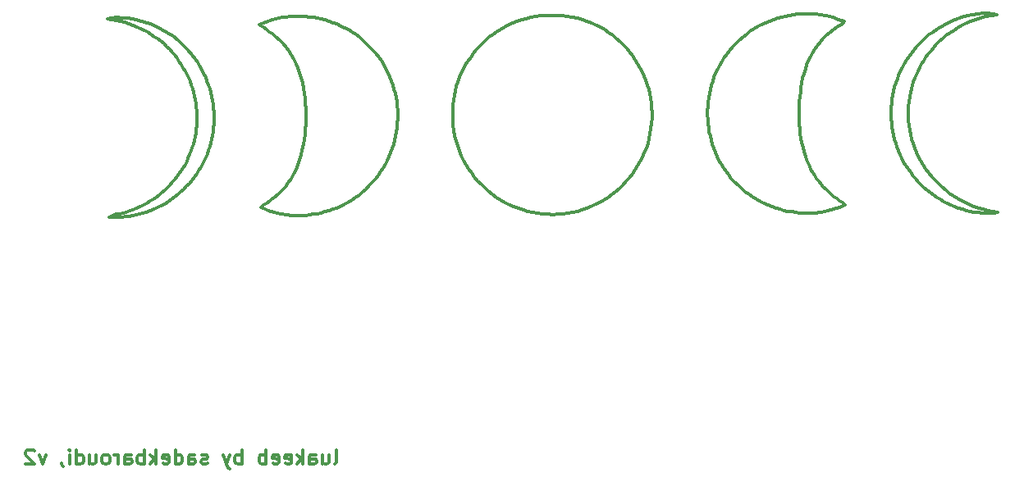
<source format=gbr>
%TF.GenerationSoftware,KiCad,Pcbnew,(5.1.10)-1*%
%TF.CreationDate,2021-12-10T09:46:15-08:00*%
%TF.ProjectId,6col-bottomplate,36636f6c-2d62-46f7-9474-6f6d706c6174,rev?*%
%TF.SameCoordinates,Original*%
%TF.FileFunction,Legend,Bot*%
%TF.FilePolarity,Positive*%
%FSLAX46Y46*%
G04 Gerber Fmt 4.6, Leading zero omitted, Abs format (unit mm)*
G04 Created by KiCad (PCBNEW (5.1.10)-1) date 2021-12-10 09:46:15*
%MOMM*%
%LPD*%
G01*
G04 APERTURE LIST*
%ADD10C,0.360000*%
%ADD11C,0.300000*%
G04 APERTURE END LIST*
D10*
X118162843Y-90498154D02*
X117634491Y-90746367D01*
X117634491Y-90746367D02*
X117048027Y-90958374D01*
X117048027Y-90958374D02*
X116410078Y-91129964D01*
X116410078Y-91129964D02*
X115727271Y-91256929D01*
X115727271Y-91256929D02*
X115006233Y-91335060D01*
X115006233Y-91335060D02*
X114633450Y-91354498D01*
X114633450Y-91354498D02*
X114253593Y-91360148D01*
X114253593Y-91360148D02*
X113867493Y-91351485D01*
X113867493Y-91351485D02*
X113475978Y-91327983D01*
X113475978Y-91327983D02*
X113079876Y-91289116D01*
X113079876Y-91289116D02*
X112680015Y-91234357D01*
X112680015Y-91234357D02*
X112277224Y-91163181D01*
X112277224Y-91163181D02*
X111872332Y-91075060D01*
X111872332Y-91075060D02*
X111466166Y-90969470D01*
X111466166Y-90969470D02*
X111059556Y-90845884D01*
X111059556Y-90845884D02*
X110653329Y-90703776D01*
X110653329Y-90703776D02*
X110248315Y-90542620D01*
X110248315Y-90542620D02*
X109845341Y-90361889D01*
X109845341Y-90361889D02*
X109445236Y-90161058D01*
X109445236Y-90161058D02*
X109048828Y-89939600D01*
X109048828Y-89939600D02*
X108656946Y-89696989D01*
X108656946Y-89696989D02*
X108270419Y-89432700D01*
X108270419Y-89432700D02*
X107890075Y-89146205D01*
X107890075Y-89146205D02*
X107516741Y-88836979D01*
X107516741Y-88836979D02*
X107151247Y-88504496D01*
X107151247Y-88504496D02*
X106794422Y-88148230D01*
X106794422Y-88148230D02*
X106447093Y-87767654D01*
X42042219Y-71289404D02*
X42042219Y-71289404D01*
X125036719Y-74813654D02*
X125272491Y-74507381D01*
X125272491Y-74507381D02*
X125517964Y-74213593D01*
X125517964Y-74213593D02*
X125772419Y-73932217D01*
X125772419Y-73932217D02*
X126035138Y-73663181D01*
X126035138Y-73663181D02*
X126305403Y-73406411D01*
X126305403Y-73406411D02*
X126582496Y-73161836D01*
X126582496Y-73161836D02*
X126865699Y-72929381D01*
X126865699Y-72929381D02*
X127154294Y-72708976D01*
X127154294Y-72708976D02*
X127744789Y-72304020D01*
X127744789Y-72304020D02*
X128348237Y-71946387D01*
X128348237Y-71946387D02*
X128958893Y-71635495D01*
X128958893Y-71635495D02*
X129571015Y-71370763D01*
X129571015Y-71370763D02*
X130178857Y-71151610D01*
X130178857Y-71151610D02*
X130776677Y-70977454D01*
X130776677Y-70977454D02*
X131358731Y-70847714D01*
X131358731Y-70847714D02*
X131919274Y-70761808D01*
X131919274Y-70761808D02*
X132452563Y-70719156D01*
X132452563Y-70719156D02*
X132952854Y-70719175D01*
X132952854Y-70719175D02*
X133414404Y-70761285D01*
X133414404Y-70761285D02*
X133831468Y-70844905D01*
X46074469Y-91260154D02*
X45725374Y-91370693D01*
X45725374Y-91370693D02*
X45374604Y-91469722D01*
X45374604Y-91469722D02*
X45022161Y-91556612D01*
X45022161Y-91556612D02*
X44668043Y-91630736D01*
X44668043Y-91630736D02*
X44312250Y-91691464D01*
X44312250Y-91691464D02*
X43954784Y-91738171D01*
X43954784Y-91738171D02*
X43595643Y-91770227D01*
X43595643Y-91770227D02*
X43234828Y-91787005D01*
X43234828Y-91787005D02*
X42872338Y-91787878D01*
X42872338Y-91787878D02*
X42508175Y-91772216D01*
X42508175Y-91772216D02*
X42264469Y-91752280D01*
X46471344Y-90133030D02*
X46789588Y-89927150D01*
X46789588Y-89927150D02*
X47100390Y-89712341D01*
X47100390Y-89712341D02*
X47402263Y-89485626D01*
X47402263Y-89485626D02*
X47693719Y-89244029D01*
X133831468Y-70844905D02*
X133831468Y-70844905D01*
X57885469Y-90752155D02*
X57885469Y-90752155D01*
X125211343Y-87513655D02*
X124944249Y-87165574D01*
X124944249Y-87165574D02*
X124693657Y-86809259D01*
X124693657Y-86809259D02*
X124459605Y-86445218D01*
X124459605Y-86445218D02*
X124242131Y-86073959D01*
X124242131Y-86073959D02*
X124041271Y-85695992D01*
X124041271Y-85695992D02*
X123857065Y-85311824D01*
X123857065Y-85311824D02*
X123689550Y-84921964D01*
X123689550Y-84921964D02*
X123538763Y-84526922D01*
X123538763Y-84526922D02*
X123404743Y-84127205D01*
X123404743Y-84127205D02*
X123287526Y-83723324D01*
X123287526Y-83723324D02*
X123187152Y-83315785D01*
X123187152Y-83315785D02*
X123103658Y-82905098D01*
X123103658Y-82905098D02*
X123037081Y-82491772D01*
X123037081Y-82491772D02*
X122987460Y-82076315D01*
X122987460Y-82076315D02*
X122954831Y-81659237D01*
X122954831Y-81659237D02*
X122939234Y-81241045D01*
X122939234Y-81241045D02*
X122940705Y-80822248D01*
X122940705Y-80822248D02*
X122959283Y-80403355D01*
X122959283Y-80403355D02*
X122995005Y-79984876D01*
X122995005Y-79984876D02*
X123047910Y-79567317D01*
X123047910Y-79567317D02*
X123118034Y-79151189D01*
X123118034Y-79151189D02*
X123205416Y-78737000D01*
X123205416Y-78737000D02*
X123310093Y-78325258D01*
X123310093Y-78325258D02*
X123432103Y-77916472D01*
X123432103Y-77916472D02*
X123571485Y-77511151D01*
X123571485Y-77511151D02*
X123728275Y-77109804D01*
X123728275Y-77109804D02*
X123902512Y-76712939D01*
X123902512Y-76712939D02*
X124094233Y-76321065D01*
X124094233Y-76321065D02*
X124303477Y-75934691D01*
X124303477Y-75934691D02*
X124530280Y-75554325D01*
X124530280Y-75554325D02*
X124774682Y-75180477D01*
X124774682Y-75180477D02*
X125036719Y-74813654D01*
X50408344Y-85656280D02*
X50550474Y-85308269D01*
X50550474Y-85308269D02*
X50688140Y-84955794D01*
X50688140Y-84955794D02*
X50816877Y-84600343D01*
X50816877Y-84600343D02*
X50932219Y-84243404D01*
X106240719Y-74591404D02*
X106578364Y-74198835D01*
X106578364Y-74198835D02*
X106926940Y-73830427D01*
X106926940Y-73830427D02*
X107285561Y-73485692D01*
X107285561Y-73485692D02*
X107653345Y-73164142D01*
X107653345Y-73164142D02*
X108029407Y-72865288D01*
X108029407Y-72865288D02*
X108412865Y-72588642D01*
X108412865Y-72588642D02*
X108802833Y-72333716D01*
X108802833Y-72333716D02*
X109198429Y-72100021D01*
X109198429Y-72100021D02*
X109598769Y-71887069D01*
X109598769Y-71887069D02*
X110002969Y-71694371D01*
X110002969Y-71694371D02*
X110410146Y-71521440D01*
X110410146Y-71521440D02*
X110819415Y-71367787D01*
X110819415Y-71367787D02*
X111229894Y-71232923D01*
X111229894Y-71232923D02*
X111640699Y-71116360D01*
X111640699Y-71116360D02*
X112050945Y-71017610D01*
X112050945Y-71017610D02*
X112459749Y-70936185D01*
X112459749Y-70936185D02*
X112866228Y-70871596D01*
X112866228Y-70871596D02*
X113269498Y-70823355D01*
X113269498Y-70823355D02*
X113668676Y-70790973D01*
X113668676Y-70790973D02*
X114062876Y-70773962D01*
X114062876Y-70773962D02*
X114451217Y-70771835D01*
X114451217Y-70771835D02*
X114832814Y-70784101D01*
X114832814Y-70784101D02*
X115206783Y-70810274D01*
X115206783Y-70810274D02*
X115572242Y-70849865D01*
X115572242Y-70849865D02*
X116274090Y-70967346D01*
X116274090Y-70967346D02*
X116931291Y-71132638D01*
X116931291Y-71132638D02*
X117536773Y-71341834D01*
X117536773Y-71341834D02*
X118083469Y-71591029D01*
X50836969Y-75035905D02*
X51110288Y-75403615D01*
X51110288Y-75403615D02*
X51364835Y-75777165D01*
X51364835Y-75777165D02*
X51600814Y-76156070D01*
X51600814Y-76156070D02*
X51818428Y-76539843D01*
X51818428Y-76539843D02*
X52017880Y-76928000D01*
X52017880Y-76928000D02*
X52199374Y-77320055D01*
X52199374Y-77320055D02*
X52363113Y-77715523D01*
X52363113Y-77715523D02*
X52509300Y-78113918D01*
X52509300Y-78113918D02*
X52638140Y-78514754D01*
X52638140Y-78514754D02*
X52749836Y-78917547D01*
X52749836Y-78917547D02*
X52844591Y-79321811D01*
X52844591Y-79321811D02*
X52922608Y-79727060D01*
X52922608Y-79727060D02*
X52984092Y-80132808D01*
X52984092Y-80132808D02*
X53029245Y-80538572D01*
X53029245Y-80538572D02*
X53058272Y-80943865D01*
X53058272Y-80943865D02*
X53071374Y-81348201D01*
X53071374Y-81348201D02*
X53068757Y-81751095D01*
X53068757Y-81751095D02*
X53050624Y-82152063D01*
X53050624Y-82152063D02*
X53017177Y-82550617D01*
X53017177Y-82550617D02*
X52968621Y-82946274D01*
X52968621Y-82946274D02*
X52905159Y-83338547D01*
X52905159Y-83338547D02*
X52826994Y-83726951D01*
X52826994Y-83726951D02*
X52734330Y-84111001D01*
X52734330Y-84111001D02*
X52627370Y-84490211D01*
X52627370Y-84490211D02*
X52506319Y-84864095D01*
X52506319Y-84864095D02*
X52371378Y-85232169D01*
X52371378Y-85232169D02*
X52222753Y-85593947D01*
X52222753Y-85593947D02*
X52060645Y-85948943D01*
X52060645Y-85948943D02*
X51885260Y-86296672D01*
X51885260Y-86296672D02*
X51696800Y-86636649D01*
X51696800Y-86636649D02*
X51495468Y-86968388D01*
X51495468Y-86968388D02*
X51281469Y-87291404D01*
X42042219Y-71289404D02*
X42518581Y-71207126D01*
X42518581Y-71207126D02*
X43027615Y-71168450D01*
X43027615Y-71168450D02*
X43564416Y-71173073D01*
X43564416Y-71173073D02*
X44124075Y-71220695D01*
X44124075Y-71220695D02*
X44701687Y-71311011D01*
X44701687Y-71311011D02*
X45292345Y-71443720D01*
X45292345Y-71443720D02*
X45891142Y-71618519D01*
X45891142Y-71618519D02*
X46493171Y-71835107D01*
X46493171Y-71835107D02*
X47093526Y-72093180D01*
X47093526Y-72093180D02*
X47687300Y-72392437D01*
X47687300Y-72392437D02*
X48269586Y-72732575D01*
X48269586Y-72732575D02*
X48835478Y-73113293D01*
X48835478Y-73113293D02*
X49380069Y-73534286D01*
X49380069Y-73534286D02*
X49898452Y-73995255D01*
X49898452Y-73995255D02*
X50385721Y-74495895D01*
X50385721Y-74495895D02*
X50836969Y-75035905D01*
X51154468Y-79687279D02*
X51071468Y-79293509D01*
X51071468Y-79293509D02*
X50974347Y-78904230D01*
X50974347Y-78904230D02*
X50863215Y-78519840D01*
X50863215Y-78519840D02*
X50738183Y-78140738D01*
X50738183Y-78140738D02*
X50599361Y-77767321D01*
X50599361Y-77767321D02*
X50446860Y-77399988D01*
X50446860Y-77399988D02*
X50280789Y-77039138D01*
X50280789Y-77039138D02*
X50101260Y-76685168D01*
X50101260Y-76685168D02*
X49908384Y-76338476D01*
X49908384Y-76338476D02*
X49702269Y-75999462D01*
X49702269Y-75999462D02*
X49483028Y-75668522D01*
X49483028Y-75668522D02*
X49250770Y-75346056D01*
X49250770Y-75346056D02*
X49005606Y-75032461D01*
X49005606Y-75032461D02*
X48747646Y-74728136D01*
X48747646Y-74728136D02*
X48477000Y-74433479D01*
X48477000Y-74433479D02*
X48193780Y-74148889D01*
X48193780Y-74148889D02*
X47898096Y-73874762D01*
X47898096Y-73874762D02*
X47590057Y-73611499D01*
X47590057Y-73611499D02*
X47269776Y-73359496D01*
X47269776Y-73359496D02*
X46937361Y-73119153D01*
X46937361Y-73119153D02*
X46592924Y-72890867D01*
X46592924Y-72890867D02*
X46236574Y-72675037D01*
X46236574Y-72675037D02*
X45868423Y-72472060D01*
X45868423Y-72472060D02*
X45488581Y-72282336D01*
X45488581Y-72282336D02*
X45097158Y-72106262D01*
X45097158Y-72106262D02*
X44694265Y-71944236D01*
X44694265Y-71944236D02*
X44280013Y-71796657D01*
X44280013Y-71796657D02*
X43854511Y-71663924D01*
X43854511Y-71663924D02*
X43417870Y-71546433D01*
X43417870Y-71546433D02*
X42970200Y-71444584D01*
X42970200Y-71444584D02*
X42511613Y-71358775D01*
X42511613Y-71358775D02*
X42042219Y-71289404D01*
X50932219Y-84243404D02*
X51030941Y-83859923D01*
X51030941Y-83859923D02*
X51114781Y-83473466D01*
X51114781Y-83473466D02*
X51186714Y-83087009D01*
X51186714Y-83087009D02*
X51249718Y-82703530D01*
X43645594Y-91355404D02*
X44005013Y-91242790D01*
X44005013Y-91242790D02*
X44365922Y-91133154D01*
X44365922Y-91133154D02*
X44723853Y-91011611D01*
X44723853Y-91011611D02*
X45074344Y-90863279D01*
X133831468Y-70844905D02*
X133259933Y-70944134D01*
X133259933Y-70944134D02*
X132709025Y-71065569D01*
X132709025Y-71065569D02*
X132178534Y-71208253D01*
X132178534Y-71208253D02*
X131668251Y-71371229D01*
X131668251Y-71371229D02*
X131177967Y-71553541D01*
X131177967Y-71553541D02*
X130707473Y-71754232D01*
X130707473Y-71754232D02*
X130256558Y-71972347D01*
X130256558Y-71972347D02*
X129825015Y-72206929D01*
X129825015Y-72206929D02*
X129412633Y-72457022D01*
X129412633Y-72457022D02*
X129019204Y-72721669D01*
X129019204Y-72721669D02*
X128644517Y-72999914D01*
X128644517Y-72999914D02*
X128288364Y-73290801D01*
X128288364Y-73290801D02*
X127950536Y-73593373D01*
X127950536Y-73593373D02*
X127630823Y-73906674D01*
X127630823Y-73906674D02*
X127329016Y-74229748D01*
X127329016Y-74229748D02*
X127044905Y-74561638D01*
X127044905Y-74561638D02*
X126778282Y-74901388D01*
X126778282Y-74901388D02*
X126528937Y-75248042D01*
X126528937Y-75248042D02*
X126296660Y-75600643D01*
X126296660Y-75600643D02*
X126081243Y-75958235D01*
X126081243Y-75958235D02*
X125882476Y-76319862D01*
X125882476Y-76319862D02*
X125700150Y-76684566D01*
X125700150Y-76684566D02*
X125534056Y-77051393D01*
X125534056Y-77051393D02*
X125383983Y-77419386D01*
X125383983Y-77419386D02*
X125249724Y-77787588D01*
X125249724Y-77787588D02*
X125131068Y-78155043D01*
X125131068Y-78155043D02*
X125027807Y-78520794D01*
X125027807Y-78520794D02*
X124939731Y-78883886D01*
X124939731Y-78883886D02*
X124866631Y-79243361D01*
X124866631Y-79243361D02*
X124764521Y-79947639D01*
X124764521Y-79947639D02*
X124735093Y-80290529D01*
X51249718Y-82703530D02*
X51295111Y-82325010D01*
X51295111Y-82325010D02*
X51315203Y-81949467D01*
X51315203Y-81949467D02*
X51314458Y-81573924D01*
X51314458Y-81573924D02*
X51297343Y-81195405D01*
X106447093Y-87767654D02*
X106158461Y-87419334D01*
X106158461Y-87419334D02*
X105887890Y-87059480D01*
X105887890Y-87059480D02*
X105635394Y-86688836D01*
X105635394Y-86688836D02*
X105400986Y-86308146D01*
X105400986Y-86308146D02*
X105184682Y-85918154D01*
X105184682Y-85918154D02*
X104986496Y-85519605D01*
X104986496Y-85519605D02*
X104806443Y-85113242D01*
X104806443Y-85113242D02*
X104644536Y-84699810D01*
X104644536Y-84699810D02*
X104500792Y-84280053D01*
X104500792Y-84280053D02*
X104375224Y-83854714D01*
X104375224Y-83854714D02*
X104267846Y-83424539D01*
X104267846Y-83424539D02*
X104178674Y-82990271D01*
X104178674Y-82990271D02*
X104107721Y-82552654D01*
X104107721Y-82552654D02*
X104055003Y-82112433D01*
X104055003Y-82112433D02*
X104020534Y-81670352D01*
X104020534Y-81670352D02*
X104004328Y-81227154D01*
X104004328Y-81227154D02*
X104006400Y-80783584D01*
X104006400Y-80783584D02*
X104026764Y-80340386D01*
X104026764Y-80340386D02*
X104065436Y-79898305D01*
X104065436Y-79898305D02*
X104122429Y-79458084D01*
X104122429Y-79458084D02*
X104197758Y-79020467D01*
X104197758Y-79020467D02*
X104291438Y-78586199D01*
X104291438Y-78586199D02*
X104403483Y-78156024D01*
X104403483Y-78156024D02*
X104533908Y-77730685D01*
X104533908Y-77730685D02*
X104682727Y-77310928D01*
X104682727Y-77310928D02*
X104849955Y-76897496D01*
X104849955Y-76897496D02*
X105035606Y-76491133D01*
X105035606Y-76491133D02*
X105239694Y-76092583D01*
X105239694Y-76092583D02*
X105462235Y-75702592D01*
X105462235Y-75702592D02*
X105703244Y-75321902D01*
X105703244Y-75321902D02*
X105962733Y-74951258D01*
X105962733Y-74951258D02*
X106240719Y-74591404D01*
X133942594Y-91276030D02*
X133528014Y-91346599D01*
X133528014Y-91346599D02*
X133117341Y-91382193D01*
X133117341Y-91382193D02*
X132710017Y-91386534D01*
X132710017Y-91386534D02*
X132305483Y-91363342D01*
X132305483Y-91363342D02*
X131903182Y-91316336D01*
X131903182Y-91316336D02*
X131502556Y-91249240D01*
X131502556Y-91249240D02*
X131103046Y-91165772D01*
X131103046Y-91165772D02*
X130704094Y-91069654D01*
X51297343Y-81195405D02*
X51275019Y-80814652D01*
X51275019Y-80814652D02*
X51249718Y-80435388D01*
X51249718Y-80435388D02*
X51212511Y-80059101D01*
X51212511Y-80059101D02*
X51154468Y-79687279D01*
X48773218Y-88180405D02*
X49017544Y-87889445D01*
X49017544Y-87889445D02*
X49251452Y-87591045D01*
X49251452Y-87591045D02*
X49476431Y-87289668D01*
X49476431Y-87289668D02*
X49693969Y-86989780D01*
X114098844Y-85497529D02*
X114222317Y-85858278D01*
X114222317Y-85858278D02*
X114360347Y-86208400D01*
X114360347Y-86208400D02*
X114512609Y-86548057D01*
X114512609Y-86548057D02*
X114678777Y-86877413D01*
X114678777Y-86877413D02*
X114858526Y-87196630D01*
X114858526Y-87196630D02*
X115051529Y-87505871D01*
X115051529Y-87505871D02*
X115257462Y-87805299D01*
X115257462Y-87805299D02*
X115475999Y-88095076D01*
X115475999Y-88095076D02*
X115706815Y-88375365D01*
X115706815Y-88375365D02*
X115949583Y-88646329D01*
X115949583Y-88646329D02*
X116203978Y-88908131D01*
X116203978Y-88908131D02*
X116469675Y-89160934D01*
X116469675Y-89160934D02*
X116746348Y-89404899D01*
X116746348Y-89404899D02*
X117033671Y-89640191D01*
X117033671Y-89640191D02*
X117331320Y-89866972D01*
X117331320Y-89866972D02*
X117638968Y-90085405D01*
X113733718Y-77893405D02*
X113650614Y-78372615D01*
X113650614Y-78372615D02*
X113580114Y-78851733D01*
X113580114Y-78851733D02*
X113522544Y-79330665D01*
X113522544Y-79330665D02*
X113478229Y-79809318D01*
X113478229Y-79809318D02*
X113447495Y-80287599D01*
X113447495Y-80287599D02*
X113430666Y-80765414D01*
X113430666Y-80765414D02*
X113428070Y-81242672D01*
X113428070Y-81242672D02*
X113440030Y-81719279D01*
X113440030Y-81719279D02*
X113466874Y-82195141D01*
X113466874Y-82195141D02*
X113508925Y-82670166D01*
X113508925Y-82670166D02*
X113566511Y-83144261D01*
X113566511Y-83144261D02*
X113639956Y-83617333D01*
X113639956Y-83617333D02*
X113729587Y-84089289D01*
X113729587Y-84089289D02*
X113835727Y-84560035D01*
X113835727Y-84560035D02*
X113958705Y-85029480D01*
X113958705Y-85029480D02*
X114098844Y-85497529D01*
X127148094Y-87608905D02*
X127484964Y-87991056D01*
X127484964Y-87991056D02*
X127834625Y-88351836D01*
X127834625Y-88351836D02*
X128196843Y-88691455D01*
X128196843Y-88691455D02*
X128571386Y-89010121D01*
X128571386Y-89010121D02*
X128958022Y-89308045D01*
X128958022Y-89308045D02*
X129356517Y-89585435D01*
X129356517Y-89585435D02*
X129766639Y-89842500D01*
X129766639Y-89842500D02*
X130188156Y-90079451D01*
X130188156Y-90079451D02*
X130620835Y-90296496D01*
X130620835Y-90296496D02*
X131064444Y-90493844D01*
X131064444Y-90493844D02*
X131518749Y-90671705D01*
X131518749Y-90671705D02*
X131983519Y-90830289D01*
X131983519Y-90830289D02*
X132458521Y-90969804D01*
X132458521Y-90969804D02*
X132943523Y-91090459D01*
X132943523Y-91090459D02*
X133438291Y-91192465D01*
X133438291Y-91192465D02*
X133942594Y-91276030D01*
X118083469Y-71591029D02*
X118083469Y-71591029D01*
X124735093Y-80290529D02*
X124713881Y-80804900D01*
X124713881Y-80804900D02*
X124715714Y-81312110D01*
X124715714Y-81312110D02*
X124740569Y-81812064D01*
X124740569Y-81812064D02*
X124788423Y-82304669D01*
X124788423Y-82304669D02*
X124859252Y-82789834D01*
X124859252Y-82789834D02*
X124953033Y-83267463D01*
X124953033Y-83267463D02*
X125069743Y-83737466D01*
X125069743Y-83737466D02*
X125209359Y-84199748D01*
X125209359Y-84199748D02*
X125371857Y-84654216D01*
X125371857Y-84654216D02*
X125557214Y-85100778D01*
X125557214Y-85100778D02*
X125765407Y-85539341D01*
X125765407Y-85539341D02*
X125996412Y-85969811D01*
X125996412Y-85969811D02*
X126250206Y-86392095D01*
X126250206Y-86392095D02*
X126526767Y-86806101D01*
X126526767Y-86806101D02*
X126826071Y-87211735D01*
X126826071Y-87211735D02*
X127148094Y-87608905D01*
X117638968Y-90085405D02*
X117960018Y-90278997D01*
X117960018Y-90278997D02*
X118162843Y-90498154D01*
X47693719Y-89244029D02*
X47976244Y-88990773D01*
X47976244Y-88990773D02*
X48251327Y-88730076D01*
X48251327Y-88730076D02*
X48517481Y-88460449D01*
X48517481Y-88460449D02*
X48773218Y-88180405D01*
X130704094Y-91069654D02*
X130291847Y-90955246D01*
X130291847Y-90955246D02*
X129888577Y-90826351D01*
X129888577Y-90826351D02*
X129494330Y-90682991D01*
X129494330Y-90682991D02*
X129109152Y-90525191D01*
X129109152Y-90525191D02*
X128733090Y-90352972D01*
X128733090Y-90352972D02*
X128366189Y-90166360D01*
X128366189Y-90166360D02*
X128008498Y-89965376D01*
X128008498Y-89965376D02*
X127660062Y-89750044D01*
X127660062Y-89750044D02*
X127320927Y-89520388D01*
X127320927Y-89520388D02*
X126991141Y-89276430D01*
X126991141Y-89276430D02*
X126670750Y-89018194D01*
X126670750Y-89018194D02*
X126359800Y-88745703D01*
X126359800Y-88745703D02*
X126058337Y-88458980D01*
X126058337Y-88458980D02*
X125766409Y-88158049D01*
X125766409Y-88158049D02*
X125484062Y-87842933D01*
X125484062Y-87842933D02*
X125211343Y-87513655D01*
X49693969Y-86989780D02*
X49899351Y-86674263D01*
X49899351Y-86674263D02*
X50086875Y-86346842D01*
X50086875Y-86346842D02*
X50256539Y-86007514D01*
X50256539Y-86007514D02*
X50408344Y-85656280D01*
X51281469Y-87291404D02*
X51032364Y-87639270D01*
X51032364Y-87639270D02*
X50773189Y-87974370D01*
X50773189Y-87974370D02*
X50503923Y-88296587D01*
X50503923Y-88296587D02*
X50224541Y-88605804D01*
X50224541Y-88605804D02*
X49935019Y-88901906D01*
X49935019Y-88901906D02*
X49635336Y-89184777D01*
X49635336Y-89184777D02*
X49325467Y-89454299D01*
X49325467Y-89454299D02*
X49005390Y-89710357D01*
X49005390Y-89710357D02*
X48675081Y-89952834D01*
X48675081Y-89952834D02*
X48334516Y-90181615D01*
X48334516Y-90181615D02*
X47983673Y-90396582D01*
X47983673Y-90396582D02*
X47622529Y-90597620D01*
X47622529Y-90597620D02*
X47251059Y-90784613D01*
X47251059Y-90784613D02*
X46869241Y-90957443D01*
X46869241Y-90957443D02*
X46477052Y-91115996D01*
X46477052Y-91115996D02*
X46074469Y-91260154D01*
X45074344Y-90863279D02*
X45431035Y-90686669D01*
X45431035Y-90686669D02*
X45784750Y-90510060D01*
X45784750Y-90510060D02*
X46132511Y-90327498D01*
X46132511Y-90327498D02*
X46471344Y-90133030D01*
X42264469Y-91752280D02*
X42589658Y-91583111D01*
X42589658Y-91583111D02*
X42981513Y-91486340D01*
X42981513Y-91486340D02*
X43338131Y-91427468D01*
X43338131Y-91427468D02*
X43645594Y-91355404D01*
X87238344Y-70940155D02*
X87820660Y-70916791D01*
X87820660Y-70916791D02*
X88391599Y-70923465D01*
X88391599Y-70923465D02*
X88950759Y-70959243D01*
X88950759Y-70959243D02*
X89497740Y-71023188D01*
X89497740Y-71023188D02*
X90032141Y-71114363D01*
X90032141Y-71114363D02*
X90553560Y-71231834D01*
X90553560Y-71231834D02*
X91061596Y-71374663D01*
X91061596Y-71374663D02*
X91555847Y-71541916D01*
X91555847Y-71541916D02*
X92035914Y-71732655D01*
X92035914Y-71732655D02*
X92501394Y-71945945D01*
X92501394Y-71945945D02*
X92951887Y-72180850D01*
X92951887Y-72180850D02*
X93386991Y-72436435D01*
X93386991Y-72436435D02*
X93806306Y-72711762D01*
X93806306Y-72711762D02*
X94209430Y-73005896D01*
X94209430Y-73005896D02*
X94595961Y-73317901D01*
X94595961Y-73317901D02*
X94965500Y-73646841D01*
X94965500Y-73646841D02*
X95317644Y-73991780D01*
X95317644Y-73991780D02*
X95651993Y-74351783D01*
X95651993Y-74351783D02*
X95968145Y-74725912D01*
X95968145Y-74725912D02*
X96265699Y-75113232D01*
X96265699Y-75113232D02*
X96544255Y-75512808D01*
X96544255Y-75512808D02*
X96803411Y-75923702D01*
X96803411Y-75923702D02*
X97042765Y-76344980D01*
X97042765Y-76344980D02*
X97261918Y-76775704D01*
X97261918Y-76775704D02*
X97460467Y-77214940D01*
X97460467Y-77214940D02*
X97638011Y-77661751D01*
X97638011Y-77661751D02*
X97794150Y-78115201D01*
X97794150Y-78115201D02*
X97928482Y-78574354D01*
X97928482Y-78574354D02*
X98040606Y-79038275D01*
X98040606Y-79038275D02*
X98130121Y-79506026D01*
X98130121Y-79506026D02*
X98196625Y-79976673D01*
X98196625Y-79976673D02*
X98239719Y-80449279D01*
X57885469Y-90752155D02*
X58186597Y-90545531D01*
X58186597Y-90545531D02*
X58507726Y-90325162D01*
X58507726Y-90325162D02*
X58814256Y-90107383D01*
X58814256Y-90107383D02*
X59012593Y-89958404D01*
X117797719Y-71876779D02*
X117377973Y-72141080D01*
X117377973Y-72141080D02*
X116981737Y-72421800D01*
X116981737Y-72421800D02*
X116608709Y-72718611D01*
X116608709Y-72718611D02*
X116258587Y-73031189D01*
X116258587Y-73031189D02*
X115931068Y-73359208D01*
X115931068Y-73359208D02*
X115625850Y-73702342D01*
X115625850Y-73702342D02*
X115342631Y-74060266D01*
X115342631Y-74060266D02*
X115081108Y-74432654D01*
X115081108Y-74432654D02*
X114840979Y-74819181D01*
X114840979Y-74819181D02*
X114621942Y-75219521D01*
X114621942Y-75219521D02*
X114423695Y-75633348D01*
X114423695Y-75633348D02*
X114245934Y-76060338D01*
X114245934Y-76060338D02*
X114088359Y-76500164D01*
X114088359Y-76500164D02*
X113950666Y-76952501D01*
X113950666Y-76952501D02*
X113832553Y-77417023D01*
X113832553Y-77417023D02*
X113733718Y-77893405D01*
X69775843Y-74877154D02*
X70063466Y-75256790D01*
X70063466Y-75256790D02*
X70331076Y-75645176D01*
X70331076Y-75645176D02*
X70578752Y-76041667D01*
X70578752Y-76041667D02*
X70806571Y-76445616D01*
X70806571Y-76445616D02*
X71014612Y-76856379D01*
X71014612Y-76856379D02*
X71202954Y-77273310D01*
X71202954Y-77273310D02*
X71371674Y-77695763D01*
X71371674Y-77695763D02*
X71520853Y-78123095D01*
X71520853Y-78123095D02*
X71650567Y-78554659D01*
X71650567Y-78554659D02*
X71760896Y-78989809D01*
X71760896Y-78989809D02*
X71851918Y-79427902D01*
X71851918Y-79427902D02*
X71923712Y-79868291D01*
X71923712Y-79868291D02*
X71976356Y-80310331D01*
X71976356Y-80310331D02*
X72009928Y-80753376D01*
X72009928Y-80753376D02*
X72024507Y-81196782D01*
X72024507Y-81196782D02*
X72020171Y-81639904D01*
X72020171Y-81639904D02*
X71997000Y-82082095D01*
X71997000Y-82082095D02*
X71955071Y-82522710D01*
X71955071Y-82522710D02*
X71894462Y-82961105D01*
X71894462Y-82961105D02*
X71815254Y-83396633D01*
X71815254Y-83396633D02*
X71717523Y-83828651D01*
X71717523Y-83828651D02*
X71601348Y-84256511D01*
X71601348Y-84256511D02*
X71466808Y-84679570D01*
X71466808Y-84679570D02*
X71313982Y-85097181D01*
X71313982Y-85097181D02*
X71142947Y-85508699D01*
X71142947Y-85508699D02*
X70953783Y-85913480D01*
X70953783Y-85913480D02*
X70746567Y-86310877D01*
X70746567Y-86310877D02*
X70521379Y-86700246D01*
X70521379Y-86700246D02*
X70278296Y-87080941D01*
X70278296Y-87080941D02*
X70017398Y-87452316D01*
X70017398Y-87452316D02*
X69738762Y-87813727D01*
X69738762Y-87813727D02*
X69442468Y-88164529D01*
X77681593Y-81147779D02*
X77691030Y-80650146D01*
X77691030Y-80650146D02*
X77724912Y-80157789D01*
X77724912Y-80157789D02*
X77782658Y-79671333D01*
X77782658Y-79671333D02*
X77863690Y-79191402D01*
X77863690Y-79191402D02*
X77967431Y-78718622D01*
X77967431Y-78718622D02*
X78093300Y-78253618D01*
X78093300Y-78253618D02*
X78240721Y-77797015D01*
X78240721Y-77797015D02*
X78409115Y-77349437D01*
X78409115Y-77349437D02*
X78597902Y-76911510D01*
X78597902Y-76911510D02*
X78806505Y-76483858D01*
X78806505Y-76483858D02*
X79034345Y-76067107D01*
X79034345Y-76067107D02*
X79280844Y-75661882D01*
X79280844Y-75661882D02*
X79545424Y-75268806D01*
X79545424Y-75268806D02*
X79827505Y-74888506D01*
X79827505Y-74888506D02*
X80126510Y-74521607D01*
X80126510Y-74521607D02*
X80441859Y-74168733D01*
X80441859Y-74168733D02*
X80772975Y-73830508D01*
X80772975Y-73830508D02*
X81119279Y-73507560D01*
X81119279Y-73507560D02*
X81480192Y-73200511D01*
X81480192Y-73200511D02*
X81855137Y-72909988D01*
X81855137Y-72909988D02*
X82243534Y-72636614D01*
X82243534Y-72636614D02*
X82644806Y-72381016D01*
X82644806Y-72381016D02*
X83058373Y-72143818D01*
X83058373Y-72143818D02*
X83483658Y-71925645D01*
X83483658Y-71925645D02*
X83920081Y-71727121D01*
X83920081Y-71727121D02*
X84367065Y-71548873D01*
X84367065Y-71548873D02*
X84824031Y-71391525D01*
X84824031Y-71391525D02*
X85290400Y-71255701D01*
X85290400Y-71255701D02*
X85765595Y-71142027D01*
X85765595Y-71142027D02*
X86249036Y-71051128D01*
X86249036Y-71051128D02*
X86740145Y-70983629D01*
X86740145Y-70983629D02*
X87238344Y-70940155D01*
X98239719Y-80449279D02*
X98263797Y-81003842D01*
X98263797Y-81003842D02*
X98259151Y-81550917D01*
X98259151Y-81550917D02*
X98226542Y-82089899D01*
X98226542Y-82089899D02*
X98166731Y-82620185D01*
X98166731Y-82620185D02*
X98080479Y-83141169D01*
X98080479Y-83141169D02*
X97968549Y-83652246D01*
X97968549Y-83652246D02*
X97831702Y-84152812D01*
X97831702Y-84152812D02*
X97670699Y-84642263D01*
X97670699Y-84642263D02*
X97486302Y-85119994D01*
X97486302Y-85119994D02*
X97279273Y-85585399D01*
X97279273Y-85585399D02*
X97050373Y-86037876D01*
X97050373Y-86037876D02*
X96800364Y-86476818D01*
X96800364Y-86476818D02*
X96530008Y-86901621D01*
X96530008Y-86901621D02*
X96240065Y-87311682D01*
X96240065Y-87311682D02*
X95931298Y-87706394D01*
X95931298Y-87706394D02*
X95604468Y-88085154D01*
X95604468Y-88085154D02*
X95260337Y-88447357D01*
X95260337Y-88447357D02*
X94899666Y-88792398D01*
X94899666Y-88792398D02*
X94523217Y-89119672D01*
X94523217Y-89119672D02*
X94131752Y-89428576D01*
X94131752Y-89428576D02*
X93726032Y-89718504D01*
X93726032Y-89718504D02*
X93306818Y-89988852D01*
X93306818Y-89988852D02*
X92874872Y-90239015D01*
X92874872Y-90239015D02*
X92430956Y-90468388D01*
X92430956Y-90468388D02*
X91975832Y-90676368D01*
X91975832Y-90676368D02*
X91510261Y-90862349D01*
X91510261Y-90862349D02*
X91035004Y-91025726D01*
X91035004Y-91025726D02*
X90550823Y-91165896D01*
X90550823Y-91165896D02*
X90058480Y-91282253D01*
X90058480Y-91282253D02*
X89558736Y-91374193D01*
X89558736Y-91374193D02*
X89052353Y-91441112D01*
X89052353Y-91441112D02*
X88540093Y-91482404D01*
X118083469Y-71591029D02*
X117833359Y-71855174D01*
X117833359Y-71855174D02*
X117797719Y-71876779D01*
X77681593Y-81147779D02*
X77681593Y-81147779D01*
X69442468Y-88164529D02*
X69106632Y-88526582D01*
X69106632Y-88526582D02*
X68760501Y-88865931D01*
X68760501Y-88865931D02*
X68404941Y-89183032D01*
X68404941Y-89183032D02*
X68040817Y-89478340D01*
X68040817Y-89478340D02*
X67668995Y-89752312D01*
X67668995Y-89752312D02*
X67290343Y-90005405D01*
X67290343Y-90005405D02*
X66905726Y-90238074D01*
X66905726Y-90238074D02*
X66516010Y-90450777D01*
X66516010Y-90450777D02*
X66122063Y-90643969D01*
X66122063Y-90643969D02*
X65724749Y-90818107D01*
X65724749Y-90818107D02*
X65324935Y-90973648D01*
X65324935Y-90973648D02*
X64923488Y-91111047D01*
X64923488Y-91111047D02*
X64521273Y-91230761D01*
X64521273Y-91230761D02*
X64119157Y-91333246D01*
X64119157Y-91333246D02*
X63718006Y-91418960D01*
X63718006Y-91418960D02*
X63318686Y-91488357D01*
X63318686Y-91488357D02*
X62922064Y-91541895D01*
X62922064Y-91541895D02*
X62529006Y-91580030D01*
X62529006Y-91580030D02*
X62140378Y-91603218D01*
X62140378Y-91603218D02*
X61757045Y-91611916D01*
X61757045Y-91611916D02*
X61379876Y-91606579D01*
X61379876Y-91606579D02*
X61009734Y-91587665D01*
X61009734Y-91587665D02*
X60647488Y-91555630D01*
X60647488Y-91555630D02*
X59950145Y-91454021D01*
X59950145Y-91454021D02*
X59294776Y-91305403D01*
X59294776Y-91305403D02*
X58688312Y-91113427D01*
X58688312Y-91113427D02*
X58137681Y-90881745D01*
X58137681Y-90881745D02*
X57885469Y-90752155D01*
X57774343Y-71908529D02*
X58393282Y-71634386D01*
X58393282Y-71634386D02*
X59060962Y-71409055D01*
X59060962Y-71409055D02*
X59410987Y-71315530D01*
X59410987Y-71315530D02*
X59770686Y-71235210D01*
X59770686Y-71235210D02*
X60139222Y-71168429D01*
X60139222Y-71168429D02*
X60515757Y-71115523D01*
X60515757Y-71115523D02*
X60899455Y-71076826D01*
X60899455Y-71076826D02*
X61289477Y-71052671D01*
X61289477Y-71052671D02*
X61684988Y-71043393D01*
X61684988Y-71043393D02*
X62085150Y-71049326D01*
X62085150Y-71049326D02*
X62489125Y-71070805D01*
X62489125Y-71070805D02*
X62896077Y-71108163D01*
X62896077Y-71108163D02*
X63305168Y-71161736D01*
X63305168Y-71161736D02*
X63715562Y-71231857D01*
X63715562Y-71231857D02*
X64126421Y-71318861D01*
X64126421Y-71318861D02*
X64536907Y-71423082D01*
X64536907Y-71423082D02*
X64946185Y-71544854D01*
X64946185Y-71544854D02*
X65353415Y-71684512D01*
X65353415Y-71684512D02*
X65757763Y-71842389D01*
X65757763Y-71842389D02*
X66158390Y-72018821D01*
X66158390Y-72018821D02*
X66554458Y-72214141D01*
X66554458Y-72214141D02*
X66945132Y-72428683D01*
X66945132Y-72428683D02*
X67329574Y-72662783D01*
X67329574Y-72662783D02*
X67706946Y-72916774D01*
X67706946Y-72916774D02*
X68076412Y-73190990D01*
X68076412Y-73190990D02*
X68437134Y-73485766D01*
X68437134Y-73485766D02*
X68788275Y-73801436D01*
X68788275Y-73801436D02*
X69128998Y-74138334D01*
X69128998Y-74138334D02*
X69458467Y-74496796D01*
X69458467Y-74496796D02*
X69775843Y-74877154D01*
X58790344Y-72622904D02*
X58484354Y-72402859D01*
X58484354Y-72402859D02*
X58165575Y-72183395D01*
X58165575Y-72183395D02*
X57839819Y-71955793D01*
X57839819Y-71955793D02*
X57774343Y-71908529D01*
X62060593Y-85354654D02*
X62186127Y-84822035D01*
X62186127Y-84822035D02*
X62294687Y-84289789D01*
X62294687Y-84289789D02*
X62386038Y-83757914D01*
X62386038Y-83757914D02*
X62459948Y-83226412D01*
X62459948Y-83226412D02*
X62516185Y-82695281D01*
X62516185Y-82695281D02*
X62554516Y-82164523D01*
X62554516Y-82164523D02*
X62574708Y-81634137D01*
X62574708Y-81634137D02*
X62576530Y-81104123D01*
X62576530Y-81104123D02*
X62559748Y-80574480D01*
X62559748Y-80574480D02*
X62524130Y-80045210D01*
X62524130Y-80045210D02*
X62469444Y-79516312D01*
X62469444Y-79516312D02*
X62395456Y-78987786D01*
X62395456Y-78987786D02*
X62301935Y-78459633D01*
X62301935Y-78459633D02*
X62188647Y-77931851D01*
X62188647Y-77931851D02*
X62055361Y-77404441D01*
X62055361Y-77404441D02*
X61901844Y-76877404D01*
X88540093Y-91482404D02*
X88018650Y-91498398D01*
X88018650Y-91498398D02*
X87499714Y-91487206D01*
X87499714Y-91487206D02*
X86984208Y-91449358D01*
X86984208Y-91449358D02*
X86473056Y-91385386D01*
X86473056Y-91385386D02*
X85967183Y-91295824D01*
X85967183Y-91295824D02*
X85467513Y-91181201D01*
X85467513Y-91181201D02*
X84974970Y-91042051D01*
X84974970Y-91042051D02*
X84490479Y-90878906D01*
X84490479Y-90878906D02*
X84014965Y-90692297D01*
X84014965Y-90692297D02*
X83549351Y-90482756D01*
X83549351Y-90482756D02*
X83094562Y-90250815D01*
X83094562Y-90250815D02*
X82651522Y-89997006D01*
X82651522Y-89997006D02*
X82221156Y-89721862D01*
X82221156Y-89721862D02*
X81804388Y-89425913D01*
X81804388Y-89425913D02*
X81402142Y-89109693D01*
X81402142Y-89109693D02*
X81015343Y-88773732D01*
X81015343Y-88773732D02*
X80644915Y-88418563D01*
X80644915Y-88418563D02*
X80291782Y-88044718D01*
X80291782Y-88044718D02*
X79956870Y-87652729D01*
X79956870Y-87652729D02*
X79641101Y-87243128D01*
X79641101Y-87243128D02*
X79345401Y-86816446D01*
X79345401Y-86816446D02*
X79070694Y-86373216D01*
X79070694Y-86373216D02*
X78817904Y-85913969D01*
X78817904Y-85913969D02*
X78587956Y-85439238D01*
X78587956Y-85439238D02*
X78381774Y-84949554D01*
X78381774Y-84949554D02*
X78200282Y-84445449D01*
X78200282Y-84445449D02*
X78044405Y-83927456D01*
X78044405Y-83927456D02*
X77915067Y-83396106D01*
X77915067Y-83396106D02*
X77813192Y-82851932D01*
X77813192Y-82851932D02*
X77739705Y-82295464D01*
X77739705Y-82295464D02*
X77695531Y-81727236D01*
X77695531Y-81727236D02*
X77681593Y-81147779D01*
X61901844Y-76877404D02*
X61732245Y-76391002D01*
X61732245Y-76391002D02*
X61536249Y-75922939D01*
X61536249Y-75922939D02*
X61314250Y-75473136D01*
X61314250Y-75473136D02*
X61066638Y-75041516D01*
X61066638Y-75041516D02*
X60793808Y-74627999D01*
X60793808Y-74627999D02*
X60496150Y-74232507D01*
X60496150Y-74232507D02*
X60174058Y-73854962D01*
X60174058Y-73854962D02*
X59827923Y-73495285D01*
X59827923Y-73495285D02*
X59458139Y-73153397D01*
X59458139Y-73153397D02*
X59065098Y-72829221D01*
X59065098Y-72829221D02*
X58790344Y-72622904D01*
X59012593Y-89958404D02*
X59297971Y-89733689D01*
X59297971Y-89733689D02*
X59702318Y-89380076D01*
X59702318Y-89380076D02*
X60078202Y-89006896D01*
X60078202Y-89006896D02*
X60425623Y-88614461D01*
X60425623Y-88614461D02*
X60744580Y-88203085D01*
X60744580Y-88203085D02*
X61035074Y-87773082D01*
X61035074Y-87773082D02*
X61297104Y-87324766D01*
X61297104Y-87324766D02*
X61530672Y-86858452D01*
X61530672Y-86858452D02*
X61735775Y-86374452D01*
X61735775Y-86374452D02*
X61912416Y-85873081D01*
X61912416Y-85873081D02*
X62060593Y-85354654D01*
D11*
X65510107Y-117297775D02*
X65652964Y-117226346D01*
X65724393Y-117083489D01*
X65724393Y-115797775D01*
X64295821Y-116297775D02*
X64295821Y-117297775D01*
X64938678Y-116297775D02*
X64938678Y-117083489D01*
X64867250Y-117226346D01*
X64724393Y-117297775D01*
X64510107Y-117297775D01*
X64367250Y-117226346D01*
X64295821Y-117154918D01*
X62938678Y-117297775D02*
X62938678Y-116512061D01*
X63010107Y-116369204D01*
X63152964Y-116297775D01*
X63438678Y-116297775D01*
X63581535Y-116369204D01*
X62938678Y-117226346D02*
X63081535Y-117297775D01*
X63438678Y-117297775D01*
X63581535Y-117226346D01*
X63652964Y-117083489D01*
X63652964Y-116940632D01*
X63581535Y-116797775D01*
X63438678Y-116726346D01*
X63081535Y-116726346D01*
X62938678Y-116654918D01*
X62224393Y-117297775D02*
X62224393Y-115797775D01*
X62081535Y-116726346D02*
X61652964Y-117297775D01*
X61652964Y-116297775D02*
X62224393Y-116869204D01*
X60438678Y-117226346D02*
X60581535Y-117297775D01*
X60867250Y-117297775D01*
X61010107Y-117226346D01*
X61081535Y-117083489D01*
X61081535Y-116512061D01*
X61010107Y-116369204D01*
X60867250Y-116297775D01*
X60581535Y-116297775D01*
X60438678Y-116369204D01*
X60367250Y-116512061D01*
X60367250Y-116654918D01*
X61081535Y-116797775D01*
X59152964Y-117226346D02*
X59295821Y-117297775D01*
X59581535Y-117297775D01*
X59724393Y-117226346D01*
X59795821Y-117083489D01*
X59795821Y-116512061D01*
X59724393Y-116369204D01*
X59581535Y-116297775D01*
X59295821Y-116297775D01*
X59152964Y-116369204D01*
X59081535Y-116512061D01*
X59081535Y-116654918D01*
X59795821Y-116797775D01*
X58438678Y-117297775D02*
X58438678Y-115797775D01*
X58438678Y-116369204D02*
X58295821Y-116297775D01*
X58010107Y-116297775D01*
X57867250Y-116369204D01*
X57795821Y-116440632D01*
X57724393Y-116583489D01*
X57724393Y-117012061D01*
X57795821Y-117154918D01*
X57867250Y-117226346D01*
X58010107Y-117297775D01*
X58295821Y-117297775D01*
X58438678Y-117226346D01*
X55938678Y-117297775D02*
X55938678Y-115797775D01*
X55938678Y-116369204D02*
X55795821Y-116297775D01*
X55510107Y-116297775D01*
X55367250Y-116369204D01*
X55295821Y-116440632D01*
X55224393Y-116583489D01*
X55224393Y-117012061D01*
X55295821Y-117154918D01*
X55367250Y-117226346D01*
X55510107Y-117297775D01*
X55795821Y-117297775D01*
X55938678Y-117226346D01*
X54724393Y-116297775D02*
X54367250Y-117297775D01*
X54010107Y-116297775D02*
X54367250Y-117297775D01*
X54510107Y-117654918D01*
X54581535Y-117726346D01*
X54724393Y-117797775D01*
X52367250Y-117226346D02*
X52224393Y-117297775D01*
X51938678Y-117297775D01*
X51795821Y-117226346D01*
X51724393Y-117083489D01*
X51724393Y-117012061D01*
X51795821Y-116869204D01*
X51938678Y-116797775D01*
X52152964Y-116797775D01*
X52295821Y-116726346D01*
X52367250Y-116583489D01*
X52367250Y-116512061D01*
X52295821Y-116369204D01*
X52152964Y-116297775D01*
X51938678Y-116297775D01*
X51795821Y-116369204D01*
X50438678Y-117297775D02*
X50438678Y-116512061D01*
X50510107Y-116369204D01*
X50652964Y-116297775D01*
X50938678Y-116297775D01*
X51081535Y-116369204D01*
X50438678Y-117226346D02*
X50581535Y-117297775D01*
X50938678Y-117297775D01*
X51081535Y-117226346D01*
X51152964Y-117083489D01*
X51152964Y-116940632D01*
X51081535Y-116797775D01*
X50938678Y-116726346D01*
X50581535Y-116726346D01*
X50438678Y-116654918D01*
X49081535Y-117297775D02*
X49081535Y-115797775D01*
X49081535Y-117226346D02*
X49224393Y-117297775D01*
X49510107Y-117297775D01*
X49652964Y-117226346D01*
X49724393Y-117154918D01*
X49795821Y-117012061D01*
X49795821Y-116583489D01*
X49724393Y-116440632D01*
X49652964Y-116369204D01*
X49510107Y-116297775D01*
X49224393Y-116297775D01*
X49081535Y-116369204D01*
X47795821Y-117226346D02*
X47938678Y-117297775D01*
X48224393Y-117297775D01*
X48367250Y-117226346D01*
X48438678Y-117083489D01*
X48438678Y-116512061D01*
X48367250Y-116369204D01*
X48224393Y-116297775D01*
X47938678Y-116297775D01*
X47795821Y-116369204D01*
X47724393Y-116512061D01*
X47724393Y-116654918D01*
X48438678Y-116797775D01*
X47081535Y-117297775D02*
X47081535Y-115797775D01*
X46938678Y-116726346D02*
X46510107Y-117297775D01*
X46510107Y-116297775D02*
X47081535Y-116869204D01*
X45867250Y-117297775D02*
X45867250Y-115797775D01*
X45867250Y-116369204D02*
X45724393Y-116297775D01*
X45438678Y-116297775D01*
X45295821Y-116369204D01*
X45224393Y-116440632D01*
X45152964Y-116583489D01*
X45152964Y-117012061D01*
X45224393Y-117154918D01*
X45295821Y-117226346D01*
X45438678Y-117297775D01*
X45724393Y-117297775D01*
X45867250Y-117226346D01*
X43867250Y-117297775D02*
X43867250Y-116512061D01*
X43938678Y-116369204D01*
X44081535Y-116297775D01*
X44367250Y-116297775D01*
X44510107Y-116369204D01*
X43867250Y-117226346D02*
X44010107Y-117297775D01*
X44367250Y-117297775D01*
X44510107Y-117226346D01*
X44581535Y-117083489D01*
X44581535Y-116940632D01*
X44510107Y-116797775D01*
X44367250Y-116726346D01*
X44010107Y-116726346D01*
X43867250Y-116654918D01*
X43152964Y-117297775D02*
X43152964Y-116297775D01*
X43152964Y-116583489D02*
X43081535Y-116440632D01*
X43010107Y-116369204D01*
X42867250Y-116297775D01*
X42724393Y-116297775D01*
X42010107Y-117297775D02*
X42152964Y-117226346D01*
X42224393Y-117154918D01*
X42295821Y-117012061D01*
X42295821Y-116583489D01*
X42224393Y-116440632D01*
X42152964Y-116369204D01*
X42010107Y-116297775D01*
X41795821Y-116297775D01*
X41652964Y-116369204D01*
X41581535Y-116440632D01*
X41510107Y-116583489D01*
X41510107Y-117012061D01*
X41581535Y-117154918D01*
X41652964Y-117226346D01*
X41795821Y-117297775D01*
X42010107Y-117297775D01*
X40224393Y-116297775D02*
X40224393Y-117297775D01*
X40867250Y-116297775D02*
X40867250Y-117083489D01*
X40795821Y-117226346D01*
X40652964Y-117297775D01*
X40438678Y-117297775D01*
X40295821Y-117226346D01*
X40224393Y-117154918D01*
X38867250Y-117297775D02*
X38867250Y-115797775D01*
X38867250Y-117226346D02*
X39010107Y-117297775D01*
X39295821Y-117297775D01*
X39438678Y-117226346D01*
X39510107Y-117154918D01*
X39581535Y-117012061D01*
X39581535Y-116583489D01*
X39510107Y-116440632D01*
X39438678Y-116369204D01*
X39295821Y-116297775D01*
X39010107Y-116297775D01*
X38867250Y-116369204D01*
X38152964Y-117297775D02*
X38152964Y-116297775D01*
X38152964Y-115797775D02*
X38224393Y-115869204D01*
X38152964Y-115940632D01*
X38081535Y-115869204D01*
X38152964Y-115797775D01*
X38152964Y-115940632D01*
X37367250Y-117226346D02*
X37367250Y-117297775D01*
X37438678Y-117440632D01*
X37510107Y-117512061D01*
X35724393Y-116297775D02*
X35367250Y-117297775D01*
X35010107Y-116297775D01*
X34510107Y-115940632D02*
X34438678Y-115869204D01*
X34295821Y-115797775D01*
X33938678Y-115797775D01*
X33795821Y-115869204D01*
X33724393Y-115940632D01*
X33652964Y-116083489D01*
X33652964Y-116226346D01*
X33724393Y-116440632D01*
X34581535Y-117297775D01*
X33652964Y-117297775D01*
M02*

</source>
